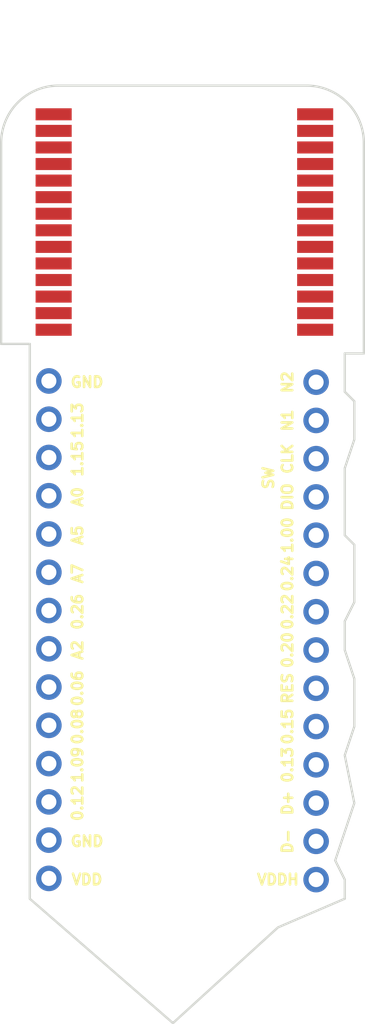
<source format=kicad_pcb>
(kicad_pcb (version 20171130) (host pcbnew 5.1.5-52549c5~84~ubuntu18.04.1)

  (general
    (thickness 1.6)
    (drawings 56)
    (tracks 0)
    (zones 0)
    (modules 3)
    (nets 28)
  )

  (page A4)
  (title_block
    (title "Project Title")
  )

  (layers
    (0 F.Cu signal)
    (31 B.Cu signal)
    (32 B.Adhes user)
    (33 F.Adhes user)
    (34 B.Paste user)
    (35 F.Paste user)
    (36 B.SilkS user)
    (37 F.SilkS user)
    (38 B.Mask user)
    (39 F.Mask user)
    (40 Dwgs.User user)
    (41 Cmts.User user)
    (42 Eco1.User user)
    (43 Eco2.User user)
    (44 Edge.Cuts user)
    (45 Margin user)
    (46 B.CrtYd user)
    (47 F.CrtYd user)
    (48 B.Fab user)
    (49 F.Fab user)
  )

  (setup
    (last_trace_width 0.25)
    (user_trace_width 0.1524)
    (user_trace_width 0.254)
    (user_trace_width 0.3302)
    (user_trace_width 0.508)
    (user_trace_width 0.762)
    (user_trace_width 1.27)
    (trace_clearance 0.2)
    (zone_clearance 0.508)
    (zone_45_only no)
    (trace_min 0.2)
    (via_size 0.8)
    (via_drill 0.4)
    (via_min_size 0.4)
    (via_min_drill 0.3)
    (user_via 0.6858 0.3302)
    (user_via 0.762 0.4064)
    (user_via 0.8636 0.508)
    (uvia_size 0.3)
    (uvia_drill 0.1)
    (uvias_allowed no)
    (uvia_min_size 0.2)
    (uvia_min_drill 0.1)
    (edge_width 0.05)
    (segment_width 0.2)
    (pcb_text_width 0.3)
    (pcb_text_size 1.5 1.5)
    (mod_edge_width 0.12)
    (mod_text_size 1 1)
    (mod_text_width 0.15)
    (pad_size 1.524 1.524)
    (pad_drill 0.762)
    (pad_to_mask_clearance 0.051)
    (solder_mask_min_width 0.25)
    (pad_to_paste_clearance -0.0762)
    (aux_axis_origin 0 0)
    (visible_elements FFFFFF7F)
    (pcbplotparams
      (layerselection 0x010fc_ffffffff)
      (usegerberextensions false)
      (usegerberattributes false)
      (usegerberadvancedattributes false)
      (creategerberjobfile false)
      (excludeedgelayer true)
      (linewidth 0.100000)
      (plotframeref false)
      (viasonmask false)
      (mode 1)
      (useauxorigin false)
      (hpglpennumber 1)
      (hpglpenspeed 20)
      (hpglpendiameter 15.000000)
      (psnegative false)
      (psa4output false)
      (plotreference true)
      (plotvalue true)
      (plotinvisibletext false)
      (padsonsilk false)
      (subtractmaskfromsilk false)
      (outputformat 1)
      (mirror false)
      (drillshape 1)
      (scaleselection 1)
      (outputdirectory ""))
  )

  (net 0 "")
  (net 1 GND)
  (net 2 /P1.13)
  (net 3 /P1.15)
  (net 4 /P0.02-AIN0)
  (net 5 /P0.29-AIN5)
  (net 6 /P0.31-AIN7)
  (net 7 /P0.26)
  (net 8 /P0.04-AIN2)
  (net 9 /P0.06)
  (net 10 /P0.08)
  (net 11 /P1.09)
  (net 12 /P0.12)
  (net 13 VDD)
  (net 14 /VDDH)
  (net 15 /D-)
  (net 16 /D+)
  (net 17 /P0.13)
  (net 18 /P0.15)
  (net 19 /P0.18-RESET)
  (net 20 /P0.20)
  (net 21 /P0.22)
  (net 22 /P0.24)
  (net 23 /P1.00)
  (net 24 /SWDIO)
  (net 25 /SWCLK)
  (net 26 /P0.09-NFC1)
  (net 27 /P0.10-NFC2)

  (net_class Default "This is the default net class."
    (clearance 0.2)
    (trace_width 0.25)
    (via_dia 0.8)
    (via_drill 0.4)
    (uvia_dia 0.3)
    (uvia_drill 0.1)
    (add_net /D+)
    (add_net /D-)
    (add_net /P0.02-AIN0)
    (add_net /P0.04-AIN2)
    (add_net /P0.06)
    (add_net /P0.08)
    (add_net /P0.09-NFC1)
    (add_net /P0.10-NFC2)
    (add_net /P0.12)
    (add_net /P0.13)
    (add_net /P0.15)
    (add_net /P0.18-RESET)
    (add_net /P0.20)
    (add_net /P0.22)
    (add_net /P0.24)
    (add_net /P0.26)
    (add_net /P0.29-AIN5)
    (add_net /P0.31-AIN7)
    (add_net /P1.00)
    (add_net /P1.09)
    (add_net /P1.13)
    (add_net /P1.15)
    (add_net /SWCLK)
    (add_net /SWDIO)
    (add_net /VDDH)
    (add_net GND)
    (add_net VDD)
  )

  (module MS88SF2_01:PinSocket_1x14 (layer F.Cu) (tedit 5E1D494A) (tstamp 5E1D9D4F)
    (at 132.715 78.660001)
    (descr "Through hole straight socket strip, 1x14, 2.54mm pitch, single row (from Kicad 4.0.7), script generated")
    (tags "Through hole socket strip THT 1x14 2.54mm single row")
    (path /5E230BCD)
    (fp_text reference J1 (at 0 -2.77) (layer F.Fab) hide
      (effects (font (size 1 1) (thickness 0.15)))
    )
    (fp_text value Conn_01x14_Female (at 0 35.79) (layer F.Fab) hide
      (effects (font (size 1 1) (thickness 0.15)))
    )
    (fp_text user %R (at 0 16.51 90) (layer F.Fab)
      (effects (font (size 1 1) (thickness 0.15)))
    )
    (pad 14 thru_hole oval (at 0 33.02) (size 1.7 1.7) (drill 1) (layers *.Cu *.Mask)
      (net 13 VDD))
    (pad 13 thru_hole oval (at 0 30.48) (size 1.7 1.7) (drill 1) (layers *.Cu *.Mask)
      (net 1 GND))
    (pad 12 thru_hole oval (at 0 27.94) (size 1.7 1.7) (drill 1) (layers *.Cu *.Mask)
      (net 12 /P0.12))
    (pad 11 thru_hole oval (at 0 25.4) (size 1.7 1.7) (drill 1) (layers *.Cu *.Mask)
      (net 11 /P1.09))
    (pad 10 thru_hole oval (at 0 22.86) (size 1.7 1.7) (drill 1) (layers *.Cu *.Mask)
      (net 10 /P0.08))
    (pad 9 thru_hole oval (at 0 20.32) (size 1.7 1.7) (drill 1) (layers *.Cu *.Mask)
      (net 9 /P0.06))
    (pad 8 thru_hole oval (at 0 17.78) (size 1.7 1.7) (drill 1) (layers *.Cu *.Mask)
      (net 8 /P0.04-AIN2))
    (pad 7 thru_hole oval (at 0 15.24) (size 1.7 1.7) (drill 1) (layers *.Cu *.Mask)
      (net 7 /P0.26))
    (pad 6 thru_hole oval (at 0 12.7) (size 1.7 1.7) (drill 1) (layers *.Cu *.Mask)
      (net 6 /P0.31-AIN7))
    (pad 5 thru_hole oval (at 0 10.16) (size 1.7 1.7) (drill 1) (layers *.Cu *.Mask)
      (net 5 /P0.29-AIN5))
    (pad 4 thru_hole oval (at 0 7.62) (size 1.7 1.7) (drill 1) (layers *.Cu *.Mask)
      (net 4 /P0.02-AIN0))
    (pad 3 thru_hole oval (at 0 5.08) (size 1.7 1.7) (drill 1) (layers *.Cu *.Mask)
      (net 3 /P1.15))
    (pad 2 thru_hole oval (at 0 2.54) (size 1.7 1.7) (drill 1) (layers *.Cu *.Mask)
      (net 2 /P1.13))
    (pad 1 thru_hole circle (at 0 0) (size 1.7 1.7) (drill 1) (layers *.Cu *.Mask)
      (net 1 GND))
    (model ${KISYS3DMOD}/Connector_PinHeader_2.54mm.3dshapes/PinHeader_1x14_P2.54mm_Vertical.wrl
      (offset (xyz 0 0 -1.78))
      (scale (xyz 1 1 1))
      (rotate (xyz 0 180 0))
    )
  )

  (module MS88SF2_01:PinSocket_1x14 (layer F.Cu) (tedit 5E1D494A) (tstamp 5E1D9902)
    (at 150.495 78.74)
    (descr "Through hole straight socket strip, 1x14, 2.54mm pitch, single row (from Kicad 4.0.7), script generated")
    (tags "Through hole socket strip THT 1x14 2.54mm single row")
    (path /5E23FDC2)
    (fp_text reference J2 (at 0 -2.77) (layer F.Fab) hide
      (effects (font (size 1 1) (thickness 0.15)))
    )
    (fp_text value Conn_01x14_Female (at 0 35.79) (layer F.Fab) hide
      (effects (font (size 1 1) (thickness 0.15)))
    )
    (fp_text user %R (at 0 16.51 90) (layer F.Fab)
      (effects (font (size 1 1) (thickness 0.15)))
    )
    (pad 14 thru_hole oval (at 0 33.02) (size 1.7 1.7) (drill 1) (layers *.Cu *.Mask)
      (net 14 /VDDH))
    (pad 13 thru_hole oval (at 0 30.48) (size 1.7 1.7) (drill 1) (layers *.Cu *.Mask)
      (net 15 /D-))
    (pad 12 thru_hole oval (at 0 27.94) (size 1.7 1.7) (drill 1) (layers *.Cu *.Mask)
      (net 16 /D+))
    (pad 11 thru_hole oval (at 0 25.4) (size 1.7 1.7) (drill 1) (layers *.Cu *.Mask)
      (net 17 /P0.13))
    (pad 10 thru_hole oval (at 0 22.86) (size 1.7 1.7) (drill 1) (layers *.Cu *.Mask)
      (net 18 /P0.15))
    (pad 9 thru_hole oval (at 0 20.32) (size 1.7 1.7) (drill 1) (layers *.Cu *.Mask)
      (net 19 /P0.18-RESET))
    (pad 8 thru_hole oval (at 0 17.78) (size 1.7 1.7) (drill 1) (layers *.Cu *.Mask)
      (net 20 /P0.20))
    (pad 7 thru_hole oval (at 0 15.24) (size 1.7 1.7) (drill 1) (layers *.Cu *.Mask)
      (net 21 /P0.22))
    (pad 6 thru_hole oval (at 0 12.7) (size 1.7 1.7) (drill 1) (layers *.Cu *.Mask)
      (net 22 /P0.24))
    (pad 5 thru_hole oval (at 0 10.16) (size 1.7 1.7) (drill 1) (layers *.Cu *.Mask)
      (net 23 /P1.00))
    (pad 4 thru_hole oval (at 0 7.62) (size 1.7 1.7) (drill 1) (layers *.Cu *.Mask)
      (net 24 /SWDIO))
    (pad 3 thru_hole oval (at 0 5.08) (size 1.7 1.7) (drill 1) (layers *.Cu *.Mask)
      (net 25 /SWCLK))
    (pad 2 thru_hole oval (at 0 2.54) (size 1.7 1.7) (drill 1) (layers *.Cu *.Mask)
      (net 26 /P0.09-NFC1))
    (pad 1 thru_hole circle (at 0 0) (size 1.7 1.7) (drill 1) (layers *.Cu *.Mask)
      (net 27 /P0.10-NFC2))
    (model ${KISYS3DMOD}/Connector_PinHeader_2.54mm.3dshapes/PinHeader_1x14_P2.54mm_Vertical.wrl
      (offset (xyz 0 0 -1.78))
      (scale (xyz 1 1 1))
      (rotate (xyz 0 180 0))
    )
  )

  (module MS88SF2_01:MS88SF2 (layer F.Cu) (tedit 5E1967CA) (tstamp 5E1D4FE7)
    (at 141.732 67.945)
    (path /5E20E849)
    (fp_text reference U1 (at 0 -16.51) (layer F.Fab) hide
      (effects (font (size 1 1) (thickness 0.15)))
    )
    (fp_text value MS88SF2 (at 0 10.795) (layer F.Fab) hide
      (effects (font (size 1 1) (thickness 0.15)))
    )
    (fp_line (start -8.7 8.6868) (end 8.7 8.6868) (layer F.Fab) (width 0.12))
    (fp_line (start -8.7 8.6868) (end -8.7 -14.5132) (layer F.Fab) (width 0.12))
    (fp_line (start 8.7 8.6868) (end 8.7 -14.5132) (layer F.Fab) (width 0.12))
    (fp_line (start -8.7 -14.5132) (end 8.7 -14.5132) (layer F.Fab) (width 0.12))
    (fp_line (start -8.6868 -7.62) (end 8.6868 -7.62) (layer F.Fab) (width 0.12))
    (fp_line (start 8.6868 -7.62) (end -8.6868 -14.5034) (layer F.Fab) (width 0.12))
    (fp_line (start 8.6868 -14.5034) (end -8.6868 -7.62) (layer F.Fab) (width 0.12))
    (pad 1 smd rect (at -8.7 -6.985) (size 2.4 0.8) (layers F.Cu F.Paste F.Mask)
      (net 1 GND))
    (pad 2 smd rect (at -8.7 -5.885) (size 2.4 0.8) (layers F.Cu F.Paste F.Mask)
      (net 2 /P1.13))
    (pad 3 smd rect (at -8.7 -4.785) (size 2.4 0.8) (layers F.Cu F.Paste F.Mask)
      (net 3 /P1.15))
    (pad 4 smd rect (at -8.7 -3.685) (size 2.4 0.8) (layers F.Cu F.Paste F.Mask)
      (net 4 /P0.02-AIN0))
    (pad 5 smd rect (at -8.7 -2.585) (size 2.4 0.8) (layers F.Cu F.Paste F.Mask)
      (net 5 /P0.29-AIN5))
    (pad 6 smd rect (at -8.7 -1.485) (size 2.4 0.8) (layers F.Cu F.Paste F.Mask)
      (net 6 /P0.31-AIN7))
    (pad 7 smd rect (at -8.7 -0.385) (size 2.4 0.8) (layers F.Cu F.Paste F.Mask)
      (net 7 /P0.26))
    (pad 8 smd rect (at -8.7 0.715) (size 2.4 0.8) (layers F.Cu F.Paste F.Mask)
      (net 8 /P0.04-AIN2))
    (pad 9 smd rect (at -8.7 1.815) (size 2.4 0.8) (layers F.Cu F.Paste F.Mask)
      (net 9 /P0.06))
    (pad 10 smd rect (at -8.7 2.915) (size 2.4 0.8) (layers F.Cu F.Paste F.Mask)
      (net 10 /P0.08))
    (pad 11 smd rect (at -8.7 4.015) (size 2.4 0.8) (layers F.Cu F.Paste F.Mask)
      (net 11 /P1.09))
    (pad 12 smd rect (at -8.7 5.115) (size 2.4 0.8) (layers F.Cu F.Paste F.Mask)
      (net 12 /P0.12))
    (pad 13 smd rect (at -8.7 6.215) (size 2.4 0.8) (layers F.Cu F.Paste F.Mask)
      (net 1 GND))
    (pad 14 smd rect (at -8.7 7.315) (size 2.4 0.8) (layers F.Cu F.Paste F.Mask)
      (net 13 VDD))
    (pad 28 smd rect (at 8.7 -6.985) (size 2.4 0.8) (layers F.Cu F.Paste F.Mask)
      (net 27 /P0.10-NFC2))
    (pad 27 smd rect (at 8.7 -5.885) (size 2.4 0.8) (layers F.Cu F.Paste F.Mask)
      (net 26 /P0.09-NFC1))
    (pad 26 smd rect (at 8.7 -4.785) (size 2.4 0.8) (layers F.Cu F.Paste F.Mask)
      (net 25 /SWCLK))
    (pad 25 smd rect (at 8.7 -3.685) (size 2.4 0.8) (layers F.Cu F.Paste F.Mask)
      (net 24 /SWDIO))
    (pad 24 smd rect (at 8.7 -2.585) (size 2.4 0.8) (layers F.Cu F.Paste F.Mask)
      (net 23 /P1.00))
    (pad 23 smd rect (at 8.7 -1.485) (size 2.4 0.8) (layers F.Cu F.Paste F.Mask)
      (net 22 /P0.24))
    (pad 22 smd rect (at 8.7 -0.385) (size 2.4 0.8) (layers F.Cu F.Paste F.Mask)
      (net 21 /P0.22))
    (pad 21 smd rect (at 8.7 0.715) (size 2.4 0.8) (layers F.Cu F.Paste F.Mask)
      (net 20 /P0.20))
    (pad 20 smd rect (at 8.7 1.815) (size 2.4 0.8) (layers F.Cu F.Paste F.Mask)
      (net 19 /P0.18-RESET))
    (pad 19 smd rect (at 8.7 2.915) (size 2.4 0.8) (layers F.Cu F.Paste F.Mask)
      (net 18 /P0.15))
    (pad 18 smd rect (at 8.7 4.015) (size 2.4 0.8) (layers F.Cu F.Paste F.Mask)
      (net 17 /P0.13))
    (pad 17 smd rect (at 8.7 5.115) (size 2.4 0.8) (layers F.Cu F.Paste F.Mask)
      (net 16 /D+))
    (pad 16 smd rect (at 8.7 6.215) (size 2.4 0.8) (layers F.Cu F.Paste F.Mask)
      (net 15 /D-))
    (pad 15 smd rect (at 8.7 7.315) (size 2.4 0.8) (layers F.Cu F.Paste F.Mask)
      (net 14 /VDDH))
  )

  (gr_arc (start 149.86 62.865) (end 153.67 62.865) (angle -90) (layer Edge.Cuts) (width 0.1524) (tstamp 5E1DA060))
  (gr_arc (start 133.35 62.865) (end 133.35 59.055) (angle -90) (layer Edge.Cuts) (width 0.1524))
  (gr_line (start 152.4 113.03) (end 147.955 114.935) (layer Edge.Cuts) (width 0.1524))
  (gr_line (start 152.4 111.76) (end 152.4 113.03) (layer Edge.Cuts) (width 0.1524))
  (gr_line (start 129.54 76.2) (end 131.445 76.2) (layer Edge.Cuts) (width 0.1524) (tstamp 5E1D9F8B))
  (gr_line (start 129.54 62.865) (end 129.54 76.2) (layer Edge.Cuts) (width 0.1524))
  (gr_line (start 149.86 59.055) (end 133.35 59.055) (layer Edge.Cuts) (width 0.1524))
  (gr_line (start 153.67 76.835) (end 153.67 62.865) (layer Edge.Cuts) (width 0.1524))
  (gr_line (start 152.4 76.835) (end 153.67 76.835) (layer Edge.Cuts) (width 0.1524))
  (gr_line (start 152.4 79.375) (end 152.4 76.835) (layer Edge.Cuts) (width 0.1524))
  (gr_line (start 153.035 80.01) (end 152.4 79.375) (layer Edge.Cuts) (width 0.1524))
  (gr_line (start 153.035 82.55) (end 153.035 80.01) (layer Edge.Cuts) (width 0.1524))
  (gr_line (start 152.4 84.455) (end 153.035 82.55) (layer Edge.Cuts) (width 0.1524))
  (gr_line (start 152.4 88.9) (end 152.4 84.455) (layer Edge.Cuts) (width 0.1524))
  (gr_line (start 153.035 89.535) (end 152.4 88.9) (layer Edge.Cuts) (width 0.1524))
  (gr_line (start 153.035 93.345) (end 153.035 89.535) (layer Edge.Cuts) (width 0.1524))
  (gr_line (start 152.4 94.615) (end 153.035 93.345) (layer Edge.Cuts) (width 0.1524))
  (gr_line (start 152.4 96.52) (end 152.4 94.615) (layer Edge.Cuts) (width 0.1524))
  (gr_line (start 153.035 98.425) (end 152.4 96.52) (layer Edge.Cuts) (width 0.1524))
  (gr_line (start 153.035 101.6) (end 153.035 98.425) (layer Edge.Cuts) (width 0.1524))
  (gr_line (start 152.4 103.505) (end 153.035 101.6) (layer Edge.Cuts) (width 0.1524))
  (gr_line (start 153.035 106.68) (end 152.4 103.505) (layer Edge.Cuts) (width 0.1524))
  (gr_line (start 151.765 110.49) (end 153.035 106.68) (layer Edge.Cuts) (width 0.1524))
  (gr_line (start 152.4 111.76) (end 151.765 110.49) (layer Edge.Cuts) (width 0.1524))
  (gr_line (start 140.97 121.285) (end 147.955 114.935) (layer Edge.Cuts) (width 0.1524))
  (gr_line (start 131.445 113.03) (end 140.97 121.285) (layer Edge.Cuts) (width 0.1524))
  (gr_text SW (at 147.32 85.09 90) (layer F.SilkS) (tstamp 5E1D9E9E)
    (effects (font (size 0.7 0.7) (thickness 0.175)))
  )
  (gr_text D- (at 148.59 109.22 90) (layer F.SilkS) (tstamp 5E1D9E99)
    (effects (font (size 0.7 0.7) (thickness 0.175)))
  )
  (gr_text VDDH (at 147.955 111.76) (layer F.SilkS) (tstamp 5E1D9E98)
    (effects (font (size 0.7 0.7) (thickness 0.175)))
  )
  (gr_text 0.13 (at 148.59 104.14 90) (layer F.SilkS) (tstamp 5E1D9E90)
    (effects (font (size 0.7 0.7) (thickness 0.175)))
  )
  (gr_text 0.15 (at 148.59 101.6 90) (layer F.SilkS) (tstamp 5E1D9E8F)
    (effects (font (size 0.7 0.7) (thickness 0.175)))
  )
  (gr_text D+ (at 148.59 106.68 90) (layer F.SilkS) (tstamp 5E1D9E8E)
    (effects (font (size 0.7 0.7) (thickness 0.175)))
  )
  (gr_text RES (at 148.59 99.06 90) (layer F.SilkS) (tstamp 5E1D9E8D)
    (effects (font (size 0.7 0.7) (thickness 0.175)))
  )
  (gr_text 0.20 (at 148.59 96.52 90) (layer F.SilkS) (tstamp 5E1D9E88)
    (effects (font (size 0.7 0.7) (thickness 0.175)))
  )
  (gr_text 0.22 (at 148.59 93.98 90) (layer F.SilkS) (tstamp 5E1D9E87)
    (effects (font (size 0.7 0.7) (thickness 0.175)))
  )
  (gr_text CLK (at 148.59 83.82 90) (layer F.SilkS) (tstamp 5E1D9C37)
    (effects (font (size 0.7 0.7) (thickness 0.175)))
  )
  (gr_text N1 (at 148.59 81.28 90) (layer F.SilkS) (tstamp 5E1D9C36)
    (effects (font (size 0.7 0.7) (thickness 0.175)))
  )
  (gr_text N2 (at 148.59 78.74 90) (layer F.SilkS) (tstamp 5E1D9C35)
    (effects (font (size 0.7 0.7) (thickness 0.175)))
  )
  (gr_text 1.00 (at 148.59 88.9 90) (layer F.SilkS) (tstamp 5E1D9C34)
    (effects (font (size 0.7 0.7) (thickness 0.175)))
  )
  (gr_text 0.24 (at 148.59 91.44 90) (layer F.SilkS) (tstamp 5E1D9C33)
    (effects (font (size 0.7 0.7) (thickness 0.175)))
  )
  (gr_text DIO (at 148.59 86.36 90) (layer F.SilkS) (tstamp 5E1D9C32)
    (effects (font (size 0.7 0.7) (thickness 0.175)))
  )
  (gr_text A5 (at 134.62 88.9 90) (layer F.SilkS) (tstamp 5E1D9D2C)
    (effects (font (size 0.7 0.7) (thickness 0.175)))
  )
  (gr_text 1.13 (at 134.62 81.28 90) (layer F.SilkS) (tstamp 5E1D9D26)
    (effects (font (size 0.7 0.7) (thickness 0.175)))
  )
  (gr_text 1.15 (at 134.62 83.82 90) (layer F.SilkS) (tstamp 5E1D9D20)
    (effects (font (size 0.7 0.7) (thickness 0.175)))
  )
  (gr_text A7 (at 134.62 91.44 90) (layer F.SilkS) (tstamp 5E1D9D2F)
    (effects (font (size 0.7 0.7) (thickness 0.175)))
  )
  (gr_text A0 (at 134.62 86.36 90) (layer F.SilkS) (tstamp 5E1D9D74)
    (effects (font (size 0.7 0.7) (thickness 0.175)))
  )
  (gr_text GND (at 135.255 78.74) (layer F.SilkS) (tstamp 5E1D9D29)
    (effects (font (size 0.7 0.7) (thickness 0.175)))
  )
  (gr_text A2 (at 134.62 96.52 90) (layer F.SilkS) (tstamp 5E1D9D23)
    (effects (font (size 0.7 0.7) (thickness 0.175)))
  )
  (gr_line (start 131.445 76.2) (end 131.445 113.03) (layer Edge.Cuts) (width 0.1524))
  (gr_text 0.12 (at 134.62 106.68 90) (layer F.SilkS) (tstamp 5E1D9D35)
    (effects (font (size 0.7 0.7) (thickness 0.175)))
  )
  (gr_text GND (at 135.255 109.22) (layer F.SilkS) (tstamp 5E1D9D3B)
    (effects (font (size 0.7 0.7) (thickness 0.175)))
  )
  (gr_text VDD (at 135.255 111.76) (layer F.SilkS) (tstamp 5E1D9D1D)
    (effects (font (size 0.7 0.7) (thickness 0.175)))
  )
  (gr_text 1.09 (at 134.62 104.14 90) (layer F.SilkS) (tstamp 5E1D9D1A)
    (effects (font (size 0.7 0.7) (thickness 0.175)))
  )
  (gr_text 0.08 (at 134.62 101.6 90) (layer F.SilkS) (tstamp 5E1D9D38)
    (effects (font (size 0.7 0.7) (thickness 0.175)))
  )
  (gr_text 0.06 (at 134.62 99.06 90) (layer F.SilkS) (tstamp 5E1D9D32)
    (effects (font (size 0.7 0.7) (thickness 0.175)))
  )
  (gr_text 0.26 (at 134.62 93.98 90) (layer F.SilkS) (tstamp 5E1D9D77)
    (effects (font (size 0.7 0.7) (thickness 0.175)))
  )

)

</source>
